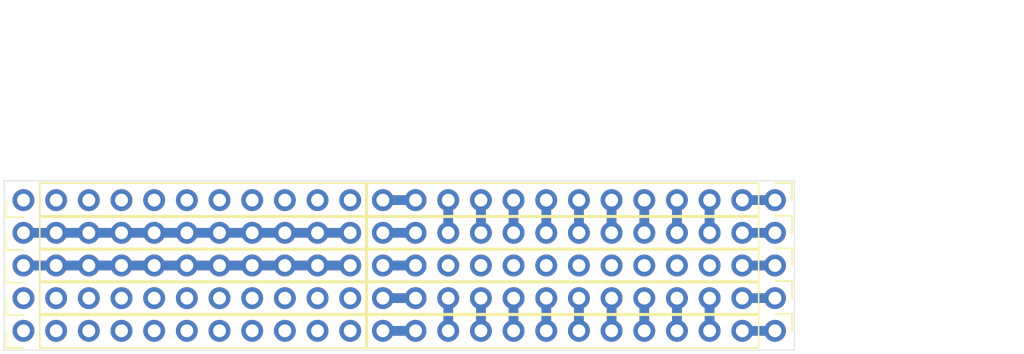
<source format=kicad_pcb>
(kicad_pcb (version 20171130) (host pcbnew 5.1.5-52549c5~86~ubuntu18.04.1)

  (general
    (thickness 1.6)
    (drawings 4)
    (tracks 96)
    (zones 0)
    (modules 10)
    (nets 73)
  )

  (page A4)
  (layers
    (0 F.Cu signal)
    (31 B.Cu signal)
    (32 B.Adhes user)
    (33 F.Adhes user)
    (34 B.Paste user)
    (35 F.Paste user)
    (36 B.SilkS user)
    (37 F.SilkS user)
    (38 B.Mask user)
    (39 F.Mask user)
    (40 Dwgs.User user)
    (41 Cmts.User user)
    (42 Eco1.User user)
    (43 Eco2.User user)
    (44 Edge.Cuts user)
    (45 Margin user)
    (46 B.CrtYd user)
    (47 F.CrtYd user)
    (48 B.Fab user)
    (49 F.Fab user)
  )

  (setup
    (last_trace_width 0.75)
    (trace_clearance 0.2)
    (zone_clearance 0.508)
    (zone_45_only no)
    (trace_min 0.2)
    (via_size 0.8)
    (via_drill 0.4)
    (via_min_size 0.4)
    (via_min_drill 0.3)
    (uvia_size 0.3)
    (uvia_drill 0.1)
    (uvias_allowed no)
    (uvia_min_size 0.2)
    (uvia_min_drill 0.1)
    (edge_width 0.05)
    (segment_width 0.2)
    (pcb_text_width 0.3)
    (pcb_text_size 1.5 1.5)
    (mod_edge_width 0.12)
    (mod_text_size 1 1)
    (mod_text_width 0.15)
    (pad_size 1.7 1.7)
    (pad_drill 1)
    (pad_to_mask_clearance 0.051)
    (solder_mask_min_width 0.25)
    (aux_axis_origin 0 0)
    (visible_elements FFFFFF7F)
    (pcbplotparams
      (layerselection 0x010f0_ffffffff)
      (usegerberextensions false)
      (usegerberattributes false)
      (usegerberadvancedattributes false)
      (creategerberjobfile false)
      (excludeedgelayer true)
      (linewidth 0.100000)
      (plotframeref false)
      (viasonmask false)
      (mode 1)
      (useauxorigin false)
      (hpglpennumber 1)
      (hpglpenspeed 20)
      (hpglpendiameter 15.000000)
      (psnegative false)
      (psa4output false)
      (plotreference true)
      (plotvalue true)
      (plotinvisibletext false)
      (padsonsilk false)
      (subtractmaskfromsilk false)
      (outputformat 1)
      (mirror false)
      (drillshape 0)
      (scaleselection 1)
      (outputdirectory "/home/movilidad2/Desktop/repos/RAK_LORA_ADAPTABLE_NODE_BREAKOUT_2AA/gerber/single/"))
  )

  (net 0 "")
  (net 1 "Net-(J1-Pad12)")
  (net 2 "Net-(J1-Pad11)")
  (net 3 "Net-(J1-Pad9)")
  (net 4 "Net-(J1-Pad7)")
  (net 5 "Net-(J1-Pad5)")
  (net 6 "Net-(J1-Pad3)")
  (net 7 "Net-(J1-Pad1)")
  (net 8 "Net-(J1-Pad10)")
  (net 9 "Net-(J1-Pad8)")
  (net 10 "Net-(J1-Pad6)")
  (net 11 "Net-(J1-Pad4)")
  (net 12 "Net-(J2-Pad12)")
  (net 13 "Net-(J2-Pad1)")
  (net 14 "Net-(J3-Pad12)")
  (net 15 "Net-(J3-Pad11)")
  (net 16 "Net-(J3-Pad9)")
  (net 17 "Net-(J3-Pad7)")
  (net 18 "Net-(J3-Pad5)")
  (net 19 "Net-(J3-Pad3)")
  (net 20 "Net-(J3-Pad1)")
  (net 21 "Net-(J3-Pad10)")
  (net 22 "Net-(J3-Pad8)")
  (net 23 "Net-(J3-Pad6)")
  (net 24 "Net-(J3-Pad4)")
  (net 25 "Net-(J4-Pad12)")
  (net 26 "Net-(J4-Pad11)")
  (net 27 "Net-(J4-Pad9)")
  (net 28 "Net-(J4-Pad7)")
  (net 29 "Net-(J4-Pad5)")
  (net 30 "Net-(J4-Pad3)")
  (net 31 "Net-(J4-Pad1)")
  (net 32 "Net-(J4-Pad10)")
  (net 33 "Net-(J4-Pad8)")
  (net 34 "Net-(J4-Pad6)")
  (net 35 "Net-(J4-Pad4)")
  (net 36 "Net-(J5-Pad12)")
  (net 37 "Net-(J5-Pad1)")
  (net 38 "Net-(J6-Pad11)")
  (net 39 "Net-(J6-Pad10)")
  (net 40 "Net-(J6-Pad9)")
  (net 41 "Net-(J6-Pad8)")
  (net 42 "Net-(J6-Pad7)")
  (net 43 "Net-(J6-Pad6)")
  (net 44 "Net-(J6-Pad5)")
  (net 45 "Net-(J6-Pad4)")
  (net 46 "Net-(J6-Pad3)")
  (net 47 "Net-(J6-Pad2)")
  (net 48 "Net-(J6-Pad1)")
  (net 49 "Net-(J7-Pad11)")
  (net 50 "Net-(J7-Pad10)")
  (net 51 "Net-(J7-Pad9)")
  (net 52 "Net-(J7-Pad8)")
  (net 53 "Net-(J7-Pad7)")
  (net 54 "Net-(J7-Pad6)")
  (net 55 "Net-(J7-Pad5)")
  (net 56 "Net-(J7-Pad4)")
  (net 57 "Net-(J7-Pad3)")
  (net 58 "Net-(J7-Pad2)")
  (net 59 "Net-(J7-Pad1)")
  (net 60 "Net-(J8-Pad1)")
  (net 61 "Net-(J9-Pad1)")
  (net 62 "Net-(J10-Pad11)")
  (net 63 "Net-(J10-Pad10)")
  (net 64 "Net-(J10-Pad9)")
  (net 65 "Net-(J10-Pad8)")
  (net 66 "Net-(J10-Pad7)")
  (net 67 "Net-(J10-Pad6)")
  (net 68 "Net-(J10-Pad5)")
  (net 69 "Net-(J10-Pad4)")
  (net 70 "Net-(J10-Pad3)")
  (net 71 "Net-(J10-Pad2)")
  (net 72 "Net-(J10-Pad1)")

  (net_class Default "This is the default net class."
    (clearance 0.2)
    (trace_width 0.75)
    (via_dia 0.8)
    (via_drill 0.4)
    (uvia_dia 0.3)
    (uvia_drill 0.1)
    (add_net "Net-(J1-Pad1)")
    (add_net "Net-(J1-Pad10)")
    (add_net "Net-(J1-Pad11)")
    (add_net "Net-(J1-Pad12)")
    (add_net "Net-(J1-Pad3)")
    (add_net "Net-(J1-Pad4)")
    (add_net "Net-(J1-Pad5)")
    (add_net "Net-(J1-Pad6)")
    (add_net "Net-(J1-Pad7)")
    (add_net "Net-(J1-Pad8)")
    (add_net "Net-(J1-Pad9)")
    (add_net "Net-(J10-Pad1)")
    (add_net "Net-(J10-Pad10)")
    (add_net "Net-(J10-Pad11)")
    (add_net "Net-(J10-Pad2)")
    (add_net "Net-(J10-Pad3)")
    (add_net "Net-(J10-Pad4)")
    (add_net "Net-(J10-Pad5)")
    (add_net "Net-(J10-Pad6)")
    (add_net "Net-(J10-Pad7)")
    (add_net "Net-(J10-Pad8)")
    (add_net "Net-(J10-Pad9)")
    (add_net "Net-(J2-Pad1)")
    (add_net "Net-(J2-Pad12)")
    (add_net "Net-(J3-Pad1)")
    (add_net "Net-(J3-Pad10)")
    (add_net "Net-(J3-Pad11)")
    (add_net "Net-(J3-Pad12)")
    (add_net "Net-(J3-Pad3)")
    (add_net "Net-(J3-Pad4)")
    (add_net "Net-(J3-Pad5)")
    (add_net "Net-(J3-Pad6)")
    (add_net "Net-(J3-Pad7)")
    (add_net "Net-(J3-Pad8)")
    (add_net "Net-(J3-Pad9)")
    (add_net "Net-(J4-Pad1)")
    (add_net "Net-(J4-Pad10)")
    (add_net "Net-(J4-Pad11)")
    (add_net "Net-(J4-Pad12)")
    (add_net "Net-(J4-Pad3)")
    (add_net "Net-(J4-Pad4)")
    (add_net "Net-(J4-Pad5)")
    (add_net "Net-(J4-Pad6)")
    (add_net "Net-(J4-Pad7)")
    (add_net "Net-(J4-Pad8)")
    (add_net "Net-(J4-Pad9)")
    (add_net "Net-(J5-Pad1)")
    (add_net "Net-(J5-Pad12)")
    (add_net "Net-(J6-Pad1)")
    (add_net "Net-(J6-Pad10)")
    (add_net "Net-(J6-Pad11)")
    (add_net "Net-(J6-Pad2)")
    (add_net "Net-(J6-Pad3)")
    (add_net "Net-(J6-Pad4)")
    (add_net "Net-(J6-Pad5)")
    (add_net "Net-(J6-Pad6)")
    (add_net "Net-(J6-Pad7)")
    (add_net "Net-(J6-Pad8)")
    (add_net "Net-(J6-Pad9)")
    (add_net "Net-(J7-Pad1)")
    (add_net "Net-(J7-Pad10)")
    (add_net "Net-(J7-Pad11)")
    (add_net "Net-(J7-Pad2)")
    (add_net "Net-(J7-Pad3)")
    (add_net "Net-(J7-Pad4)")
    (add_net "Net-(J7-Pad5)")
    (add_net "Net-(J7-Pad6)")
    (add_net "Net-(J7-Pad7)")
    (add_net "Net-(J7-Pad8)")
    (add_net "Net-(J7-Pad9)")
    (add_net "Net-(J8-Pad1)")
    (add_net "Net-(J9-Pad1)")
  )

  (module Connector_PinHeader_2.54mm:PinHeader_1x11_P2.54mm_Vertical (layer F.Cu) (tedit 5F2B862B) (tstamp 5F2B99DD)
    (at 101.5 101.5 90)
    (descr "Through hole straight pin header, 1x11, 2.54mm pitch, single row")
    (tags "Through hole pin header THT 1x11 2.54mm single row")
    (path /5F320918)
    (fp_text reference J10 (at 0 -2.33 90) (layer F.SilkS) hide
      (effects (font (size 1 1) (thickness 0.15)))
    )
    (fp_text value Conn_01x11_Male (at -5.18 66.775 90) (layer F.Fab)
      (effects (font (size 1 1) (thickness 0.15)))
    )
    (fp_text user %R (at 0 12.7) (layer F.Fab)
      (effects (font (size 1 1) (thickness 0.15)))
    )
    (fp_line (start 1.8 -1.8) (end -1.8 -1.8) (layer F.CrtYd) (width 0.05))
    (fp_line (start 1.8 27.2) (end 1.8 -1.8) (layer F.CrtYd) (width 0.05))
    (fp_line (start -1.8 27.2) (end 1.8 27.2) (layer F.CrtYd) (width 0.05))
    (fp_line (start -1.8 -1.8) (end -1.8 27.2) (layer F.CrtYd) (width 0.05))
    (fp_line (start -1.33 -1.33) (end 0 -1.33) (layer F.SilkS) (width 0.12))
    (fp_line (start -1.33 0) (end -1.33 -1.33) (layer F.SilkS) (width 0.12))
    (fp_line (start -1.33 1.27) (end 1.33 1.27) (layer F.SilkS) (width 0.12))
    (fp_line (start 1.33 1.27) (end 1.33 26.73) (layer F.SilkS) (width 0.12))
    (fp_line (start -1.33 1.27) (end -1.33 26.73) (layer F.SilkS) (width 0.12))
    (fp_line (start -1.33 26.73) (end 1.33 26.73) (layer F.SilkS) (width 0.12))
    (fp_line (start -1.27 -0.635) (end -0.635 -1.27) (layer F.Fab) (width 0.1))
    (fp_line (start -1.27 26.67) (end -1.27 -0.635) (layer F.Fab) (width 0.1))
    (fp_line (start 1.27 26.67) (end -1.27 26.67) (layer F.Fab) (width 0.1))
    (fp_line (start 1.27 -1.27) (end 1.27 26.67) (layer F.Fab) (width 0.1))
    (fp_line (start -0.635 -1.27) (end 1.27 -1.27) (layer F.Fab) (width 0.1))
    (pad 11 thru_hole oval (at 0 25.4 90) (size 1.7 1.7) (drill 1) (layers *.Cu *.Mask)
      (net 62 "Net-(J10-Pad11)"))
    (pad 10 thru_hole oval (at 0 22.86 90) (size 1.7 1.7) (drill 1) (layers *.Cu *.Mask)
      (net 63 "Net-(J10-Pad10)"))
    (pad 9 thru_hole oval (at 0 20.32 90) (size 1.7 1.7) (drill 1) (layers *.Cu *.Mask)
      (net 64 "Net-(J10-Pad9)"))
    (pad 8 thru_hole oval (at 0 17.78 90) (size 1.7 1.7) (drill 1) (layers *.Cu *.Mask)
      (net 65 "Net-(J10-Pad8)"))
    (pad 7 thru_hole oval (at 0 15.24 90) (size 1.7 1.7) (drill 1) (layers *.Cu *.Mask)
      (net 66 "Net-(J10-Pad7)"))
    (pad 6 thru_hole oval (at 0 12.7 90) (size 1.7 1.7) (drill 1) (layers *.Cu *.Mask)
      (net 67 "Net-(J10-Pad6)"))
    (pad 5 thru_hole oval (at 0 10.16 90) (size 1.7 1.7) (drill 1) (layers *.Cu *.Mask)
      (net 68 "Net-(J10-Pad5)"))
    (pad 4 thru_hole oval (at 0 7.62 90) (size 1.7 1.7) (drill 1) (layers *.Cu *.Mask)
      (net 69 "Net-(J10-Pad4)"))
    (pad 3 thru_hole oval (at 0 5.08 90) (size 1.7 1.7) (drill 1) (layers *.Cu *.Mask)
      (net 70 "Net-(J10-Pad3)"))
    (pad 2 thru_hole oval (at 0 2.54 90) (size 1.7 1.7) (drill 1) (layers *.Cu *.Mask)
      (net 71 "Net-(J10-Pad2)"))
    (pad 1 thru_hole circle (at 0 0 90) (size 1.7 1.7) (drill 1) (layers *.Cu *.Mask)
      (net 72 "Net-(J10-Pad1)"))
    (model ${KISYS3DMOD}/Connector_PinHeader_2.54mm.3dshapes/PinHeader_1x11_P2.54mm_Vertical.wrl
      (at (xyz 0 0 0))
      (scale (xyz 1 1 1))
      (rotate (xyz 0 0 0))
    )
  )

  (module Connector_PinHeader_2.54mm:PinHeader_1x11_P2.54mm_Vertical (layer F.Cu) (tedit 5F2B8622) (tstamp 5F2BB67E)
    (at 101.5 104.04 90)
    (descr "Through hole straight pin header, 1x11, 2.54mm pitch, single row")
    (tags "Through hole pin header THT 1x11 2.54mm single row")
    (path /5F31CEF0)
    (fp_text reference J9 (at 0 -2.33 90) (layer F.SilkS) hide
      (effects (font (size 1 1) (thickness 0.15)))
    )
    (fp_text value Conn_01x11_Male (at 11.33 69.315 90) (layer F.Fab)
      (effects (font (size 1 1) (thickness 0.15)))
    )
    (fp_text user %R (at 0 12.7) (layer F.Fab)
      (effects (font (size 1 1) (thickness 0.15)))
    )
    (fp_line (start 1.8 -1.8) (end -1.8 -1.8) (layer F.CrtYd) (width 0.05))
    (fp_line (start 1.8 27.2) (end 1.8 -1.8) (layer F.CrtYd) (width 0.05))
    (fp_line (start -1.8 27.2) (end 1.8 27.2) (layer F.CrtYd) (width 0.05))
    (fp_line (start -1.8 -1.8) (end -1.8 27.2) (layer F.CrtYd) (width 0.05))
    (fp_line (start -1.33 -1.33) (end 0 -1.33) (layer F.SilkS) (width 0.12))
    (fp_line (start -1.33 0) (end -1.33 -1.33) (layer F.SilkS) (width 0.12))
    (fp_line (start -1.33 1.27) (end 1.33 1.27) (layer F.SilkS) (width 0.12))
    (fp_line (start 1.33 1.27) (end 1.33 26.73) (layer F.SilkS) (width 0.12))
    (fp_line (start -1.33 1.27) (end -1.33 26.73) (layer F.SilkS) (width 0.12))
    (fp_line (start -1.33 26.73) (end 1.33 26.73) (layer F.SilkS) (width 0.12))
    (fp_line (start -1.27 -0.635) (end -0.635 -1.27) (layer F.Fab) (width 0.1))
    (fp_line (start -1.27 26.67) (end -1.27 -0.635) (layer F.Fab) (width 0.1))
    (fp_line (start 1.27 26.67) (end -1.27 26.67) (layer F.Fab) (width 0.1))
    (fp_line (start 1.27 -1.27) (end 1.27 26.67) (layer F.Fab) (width 0.1))
    (fp_line (start -0.635 -1.27) (end 1.27 -1.27) (layer F.Fab) (width 0.1))
    (pad 11 thru_hole oval (at 0 25.4 90) (size 1.7 1.7) (drill 1) (layers *.Cu *.Mask)
      (net 61 "Net-(J9-Pad1)"))
    (pad 10 thru_hole oval (at 0 22.86 90) (size 1.7 1.7) (drill 1) (layers *.Cu *.Mask)
      (net 61 "Net-(J9-Pad1)"))
    (pad 9 thru_hole oval (at 0 20.32 90) (size 1.7 1.7) (drill 1) (layers *.Cu *.Mask)
      (net 61 "Net-(J9-Pad1)"))
    (pad 8 thru_hole oval (at 0 17.78 90) (size 1.7 1.7) (drill 1) (layers *.Cu *.Mask)
      (net 61 "Net-(J9-Pad1)"))
    (pad 7 thru_hole oval (at 0 15.24 90) (size 1.7 1.7) (drill 1) (layers *.Cu *.Mask)
      (net 61 "Net-(J9-Pad1)"))
    (pad 6 thru_hole oval (at 0 12.7 90) (size 1.7 1.7) (drill 1) (layers *.Cu *.Mask)
      (net 61 "Net-(J9-Pad1)"))
    (pad 5 thru_hole oval (at 0 10.16 90) (size 1.7 1.7) (drill 1) (layers *.Cu *.Mask)
      (net 61 "Net-(J9-Pad1)"))
    (pad 4 thru_hole oval (at 0 7.62 90) (size 1.7 1.7) (drill 1) (layers *.Cu *.Mask)
      (net 61 "Net-(J9-Pad1)"))
    (pad 3 thru_hole oval (at 0 5.08 90) (size 1.7 1.7) (drill 1) (layers *.Cu *.Mask)
      (net 61 "Net-(J9-Pad1)"))
    (pad 2 thru_hole oval (at 0 2.54 90) (size 1.7 1.7) (drill 1) (layers *.Cu *.Mask)
      (net 61 "Net-(J9-Pad1)"))
    (pad 1 thru_hole circle (at 0 0 90) (size 1.7 1.7) (drill 1) (layers *.Cu *.Mask)
      (net 61 "Net-(J9-Pad1)"))
    (model ${KISYS3DMOD}/Connector_PinHeader_2.54mm.3dshapes/PinHeader_1x11_P2.54mm_Vertical.wrl
      (at (xyz 0 0 0))
      (scale (xyz 1 1 1))
      (rotate (xyz 0 0 0))
    )
  )

  (module Connector_PinHeader_2.54mm:PinHeader_1x11_P2.54mm_Vertical (layer F.Cu) (tedit 5F2B861A) (tstamp 5F2BB65F)
    (at 101.5 106.58 90)
    (descr "Through hole straight pin header, 1x11, 2.54mm pitch, single row")
    (tags "Through hole pin header THT 1x11 2.54mm single row")
    (path /5F319091)
    (fp_text reference J8 (at 0 -2.33 90) (layer F.SilkS) hide
      (effects (font (size 1 1) (thickness 0.15)))
    )
    (fp_text value Conn_01x11_Male (at -0.1 76.935 90) (layer F.Fab)
      (effects (font (size 1 1) (thickness 0.15)))
    )
    (fp_text user %R (at 0 12.7) (layer F.Fab)
      (effects (font (size 1 1) (thickness 0.15)))
    )
    (fp_line (start 1.8 -1.8) (end -1.8 -1.8) (layer F.CrtYd) (width 0.05))
    (fp_line (start 1.8 27.2) (end 1.8 -1.8) (layer F.CrtYd) (width 0.05))
    (fp_line (start -1.8 27.2) (end 1.8 27.2) (layer F.CrtYd) (width 0.05))
    (fp_line (start -1.8 -1.8) (end -1.8 27.2) (layer F.CrtYd) (width 0.05))
    (fp_line (start -1.33 -1.33) (end 0 -1.33) (layer F.SilkS) (width 0.12))
    (fp_line (start -1.33 0) (end -1.33 -1.33) (layer F.SilkS) (width 0.12))
    (fp_line (start -1.33 1.27) (end 1.33 1.27) (layer F.SilkS) (width 0.12))
    (fp_line (start 1.33 1.27) (end 1.33 26.73) (layer F.SilkS) (width 0.12))
    (fp_line (start -1.33 1.27) (end -1.33 26.73) (layer F.SilkS) (width 0.12))
    (fp_line (start -1.33 26.73) (end 1.33 26.73) (layer F.SilkS) (width 0.12))
    (fp_line (start -1.27 -0.635) (end -0.635 -1.27) (layer F.Fab) (width 0.1))
    (fp_line (start -1.27 26.67) (end -1.27 -0.635) (layer F.Fab) (width 0.1))
    (fp_line (start 1.27 26.67) (end -1.27 26.67) (layer F.Fab) (width 0.1))
    (fp_line (start 1.27 -1.27) (end 1.27 26.67) (layer F.Fab) (width 0.1))
    (fp_line (start -0.635 -1.27) (end 1.27 -1.27) (layer F.Fab) (width 0.1))
    (pad 11 thru_hole oval (at 0 25.4 90) (size 1.7 1.7) (drill 1) (layers *.Cu *.Mask)
      (net 60 "Net-(J8-Pad1)"))
    (pad 10 thru_hole oval (at 0 22.86 90) (size 1.7 1.7) (drill 1) (layers *.Cu *.Mask)
      (net 60 "Net-(J8-Pad1)"))
    (pad 9 thru_hole oval (at 0 20.32 90) (size 1.7 1.7) (drill 1) (layers *.Cu *.Mask)
      (net 60 "Net-(J8-Pad1)"))
    (pad 8 thru_hole oval (at 0 17.78 90) (size 1.7 1.7) (drill 1) (layers *.Cu *.Mask)
      (net 60 "Net-(J8-Pad1)"))
    (pad 7 thru_hole oval (at 0 15.24 90) (size 1.7 1.7) (drill 1) (layers *.Cu *.Mask)
      (net 60 "Net-(J8-Pad1)"))
    (pad 6 thru_hole oval (at 0 12.7 90) (size 1.7 1.7) (drill 1) (layers *.Cu *.Mask)
      (net 60 "Net-(J8-Pad1)"))
    (pad 5 thru_hole oval (at 0 10.16 90) (size 1.7 1.7) (drill 1) (layers *.Cu *.Mask)
      (net 60 "Net-(J8-Pad1)"))
    (pad 4 thru_hole oval (at 0 7.62 90) (size 1.7 1.7) (drill 1) (layers *.Cu *.Mask)
      (net 60 "Net-(J8-Pad1)"))
    (pad 3 thru_hole oval (at 0 5.08 90) (size 1.7 1.7) (drill 1) (layers *.Cu *.Mask)
      (net 60 "Net-(J8-Pad1)"))
    (pad 2 thru_hole oval (at 0 2.54 90) (size 1.7 1.7) (drill 1) (layers *.Cu *.Mask)
      (net 60 "Net-(J8-Pad1)"))
    (pad 1 thru_hole circle (at 0 0 90) (size 1.7 1.7) (drill 1) (layers *.Cu *.Mask)
      (net 60 "Net-(J8-Pad1)"))
    (model ${KISYS3DMOD}/Connector_PinHeader_2.54mm.3dshapes/PinHeader_1x11_P2.54mm_Vertical.wrl
      (at (xyz 0 0 0))
      (scale (xyz 1 1 1))
      (rotate (xyz 0 0 0))
    )
  )

  (module Connector_PinHeader_2.54mm:PinHeader_1x11_P2.54mm_Vertical (layer F.Cu) (tedit 5F2B8613) (tstamp 5F2BB640)
    (at 101.5 109.12 90)
    (descr "Through hole straight pin header, 1x11, 2.54mm pitch, single row")
    (tags "Through hole pin header THT 1x11 2.54mm single row")
    (path /5F316BC9)
    (fp_text reference J7 (at 0 -2.33 90) (layer F.SilkS) hide
      (effects (font (size 1 1) (thickness 0.15)))
    )
    (fp_text value Conn_01x11_Male (at 16.41 74.395 90) (layer F.Fab)
      (effects (font (size 1 1) (thickness 0.15)))
    )
    (fp_text user %R (at 0 12.7) (layer F.Fab)
      (effects (font (size 1 1) (thickness 0.15)))
    )
    (fp_line (start 1.8 -1.8) (end -1.8 -1.8) (layer F.CrtYd) (width 0.05))
    (fp_line (start 1.8 27.2) (end 1.8 -1.8) (layer F.CrtYd) (width 0.05))
    (fp_line (start -1.8 27.2) (end 1.8 27.2) (layer F.CrtYd) (width 0.05))
    (fp_line (start -1.8 -1.8) (end -1.8 27.2) (layer F.CrtYd) (width 0.05))
    (fp_line (start -1.33 -1.33) (end 0 -1.33) (layer F.SilkS) (width 0.12))
    (fp_line (start -1.33 0) (end -1.33 -1.33) (layer F.SilkS) (width 0.12))
    (fp_line (start -1.33 1.27) (end 1.33 1.27) (layer F.SilkS) (width 0.12))
    (fp_line (start 1.33 1.27) (end 1.33 26.73) (layer F.SilkS) (width 0.12))
    (fp_line (start -1.33 1.27) (end -1.33 26.73) (layer F.SilkS) (width 0.12))
    (fp_line (start -1.33 26.73) (end 1.33 26.73) (layer F.SilkS) (width 0.12))
    (fp_line (start -1.27 -0.635) (end -0.635 -1.27) (layer F.Fab) (width 0.1))
    (fp_line (start -1.27 26.67) (end -1.27 -0.635) (layer F.Fab) (width 0.1))
    (fp_line (start 1.27 26.67) (end -1.27 26.67) (layer F.Fab) (width 0.1))
    (fp_line (start 1.27 -1.27) (end 1.27 26.67) (layer F.Fab) (width 0.1))
    (fp_line (start -0.635 -1.27) (end 1.27 -1.27) (layer F.Fab) (width 0.1))
    (pad 11 thru_hole oval (at 0 25.4 90) (size 1.7 1.7) (drill 1) (layers *.Cu *.Mask)
      (net 49 "Net-(J7-Pad11)"))
    (pad 10 thru_hole oval (at 0 22.86 90) (size 1.7 1.7) (drill 1) (layers *.Cu *.Mask)
      (net 50 "Net-(J7-Pad10)"))
    (pad 9 thru_hole oval (at 0 20.32 90) (size 1.7 1.7) (drill 1) (layers *.Cu *.Mask)
      (net 51 "Net-(J7-Pad9)"))
    (pad 8 thru_hole oval (at 0 17.78 90) (size 1.7 1.7) (drill 1) (layers *.Cu *.Mask)
      (net 52 "Net-(J7-Pad8)"))
    (pad 7 thru_hole oval (at 0 15.24 90) (size 1.7 1.7) (drill 1) (layers *.Cu *.Mask)
      (net 53 "Net-(J7-Pad7)"))
    (pad 6 thru_hole oval (at 0 12.7 90) (size 1.7 1.7) (drill 1) (layers *.Cu *.Mask)
      (net 54 "Net-(J7-Pad6)"))
    (pad 5 thru_hole oval (at 0 10.16 90) (size 1.7 1.7) (drill 1) (layers *.Cu *.Mask)
      (net 55 "Net-(J7-Pad5)"))
    (pad 4 thru_hole oval (at 0 7.62 90) (size 1.7 1.7) (drill 1) (layers *.Cu *.Mask)
      (net 56 "Net-(J7-Pad4)"))
    (pad 3 thru_hole oval (at 0 5.08 90) (size 1.7 1.7) (drill 1) (layers *.Cu *.Mask)
      (net 57 "Net-(J7-Pad3)"))
    (pad 2 thru_hole oval (at 0 2.54 90) (size 1.7 1.7) (drill 1) (layers *.Cu *.Mask)
      (net 58 "Net-(J7-Pad2)"))
    (pad 1 thru_hole circle (at 0 0 90) (size 1.7 1.7) (drill 1) (layers *.Cu *.Mask)
      (net 59 "Net-(J7-Pad1)"))
    (model ${KISYS3DMOD}/Connector_PinHeader_2.54mm.3dshapes/PinHeader_1x11_P2.54mm_Vertical.wrl
      (at (xyz 0 0 0))
      (scale (xyz 1 1 1))
      (rotate (xyz 0 0 0))
    )
  )

  (module Connector_PinHeader_2.54mm:PinHeader_1x11_P2.54mm_Vertical (layer F.Cu) (tedit 5F2B860A) (tstamp 5F2BB621)
    (at 101.5 111.66 90)
    (descr "Through hole straight pin header, 1x11, 2.54mm pitch, single row")
    (tags "Through hole pin header THT 1x11 2.54mm single row")
    (path /5F306A5A)
    (fp_text reference J6 (at 0 -2.33 90) (layer F.SilkS) hide
      (effects (font (size 1 1) (thickness 0.15)))
    )
    (fp_text value Conn_01x11_Male (at 18.95 71.855 90) (layer F.Fab)
      (effects (font (size 1 1) (thickness 0.15)))
    )
    (fp_text user %R (at 0 12.7) (layer F.Fab)
      (effects (font (size 1 1) (thickness 0.15)))
    )
    (fp_line (start 1.8 -1.8) (end -1.8 -1.8) (layer F.CrtYd) (width 0.05))
    (fp_line (start 1.8 27.2) (end 1.8 -1.8) (layer F.CrtYd) (width 0.05))
    (fp_line (start -1.8 27.2) (end 1.8 27.2) (layer F.CrtYd) (width 0.05))
    (fp_line (start -1.8 -1.8) (end -1.8 27.2) (layer F.CrtYd) (width 0.05))
    (fp_line (start -1.33 -1.33) (end 0 -1.33) (layer F.SilkS) (width 0.12))
    (fp_line (start -1.33 0) (end -1.33 -1.33) (layer F.SilkS) (width 0.12))
    (fp_line (start -1.33 1.27) (end 1.33 1.27) (layer F.SilkS) (width 0.12))
    (fp_line (start 1.33 1.27) (end 1.33 26.73) (layer F.SilkS) (width 0.12))
    (fp_line (start -1.33 1.27) (end -1.33 26.73) (layer F.SilkS) (width 0.12))
    (fp_line (start -1.33 26.73) (end 1.33 26.73) (layer F.SilkS) (width 0.12))
    (fp_line (start -1.27 -0.635) (end -0.635 -1.27) (layer F.Fab) (width 0.1))
    (fp_line (start -1.27 26.67) (end -1.27 -0.635) (layer F.Fab) (width 0.1))
    (fp_line (start 1.27 26.67) (end -1.27 26.67) (layer F.Fab) (width 0.1))
    (fp_line (start 1.27 -1.27) (end 1.27 26.67) (layer F.Fab) (width 0.1))
    (fp_line (start -0.635 -1.27) (end 1.27 -1.27) (layer F.Fab) (width 0.1))
    (pad 11 thru_hole oval (at 0 25.4 90) (size 1.7 1.7) (drill 1) (layers *.Cu *.Mask)
      (net 38 "Net-(J6-Pad11)"))
    (pad 10 thru_hole oval (at 0 22.86 90) (size 1.7 1.7) (drill 1) (layers *.Cu *.Mask)
      (net 39 "Net-(J6-Pad10)"))
    (pad 9 thru_hole oval (at 0 20.32 90) (size 1.7 1.7) (drill 1) (layers *.Cu *.Mask)
      (net 40 "Net-(J6-Pad9)"))
    (pad 8 thru_hole oval (at 0 17.78 90) (size 1.7 1.7) (drill 1) (layers *.Cu *.Mask)
      (net 41 "Net-(J6-Pad8)"))
    (pad 7 thru_hole oval (at 0 15.24 90) (size 1.7 1.7) (drill 1) (layers *.Cu *.Mask)
      (net 42 "Net-(J6-Pad7)"))
    (pad 6 thru_hole oval (at 0 12.7 90) (size 1.7 1.7) (drill 1) (layers *.Cu *.Mask)
      (net 43 "Net-(J6-Pad6)"))
    (pad 5 thru_hole oval (at 0 10.16 90) (size 1.7 1.7) (drill 1) (layers *.Cu *.Mask)
      (net 44 "Net-(J6-Pad5)"))
    (pad 4 thru_hole oval (at 0 7.62 90) (size 1.7 1.7) (drill 1) (layers *.Cu *.Mask)
      (net 45 "Net-(J6-Pad4)"))
    (pad 3 thru_hole oval (at 0 5.08 90) (size 1.7 1.7) (drill 1) (layers *.Cu *.Mask)
      (net 46 "Net-(J6-Pad3)"))
    (pad 2 thru_hole oval (at 0 2.54 90) (size 1.7 1.7) (drill 1) (layers *.Cu *.Mask)
      (net 47 "Net-(J6-Pad2)"))
    (pad 1 thru_hole circle (at 0 0 90) (size 1.7 1.7) (drill 1) (layers *.Cu *.Mask)
      (net 48 "Net-(J6-Pad1)"))
    (model ${KISYS3DMOD}/Connector_PinHeader_2.54mm.3dshapes/PinHeader_1x11_P2.54mm_Vertical.wrl
      (at (xyz 0 0 0))
      (scale (xyz 1 1 1))
      (rotate (xyz 0 0 0))
    )
  )

  (module Connector_PinHeader_2.54mm:PinHeader_1x13_P2.54mm_Vertical (layer F.Cu) (tedit 5F2B8597) (tstamp 5F2BAA2B)
    (at 159.92 111.66 270)
    (descr "Through hole straight pin header, 1x13, 2.54mm pitch, single row")
    (tags "Through hole pin header THT 1x13 2.54mm single row")
    (path /5F2C2805)
    (fp_text reference J5 (at 0 -2.33 90) (layer F.SilkS) hide
      (effects (font (size 1 1) (thickness 0.15)))
    )
    (fp_text value Conn_01x13_Male (at -4.98 -13.435 90) (layer F.Fab)
      (effects (font (size 1 1) (thickness 0.15)))
    )
    (fp_text user %R (at 0 15.24) (layer F.Fab)
      (effects (font (size 1 1) (thickness 0.15)))
    )
    (fp_line (start 1.8 -1.8) (end -1.8 -1.8) (layer F.CrtYd) (width 0.05))
    (fp_line (start 1.8 32.25) (end 1.8 -1.8) (layer F.CrtYd) (width 0.05))
    (fp_line (start -1.8 32.25) (end 1.8 32.25) (layer F.CrtYd) (width 0.05))
    (fp_line (start -1.8 -1.8) (end -1.8 32.25) (layer F.CrtYd) (width 0.05))
    (fp_line (start -1.33 -1.33) (end 0 -1.33) (layer F.SilkS) (width 0.12))
    (fp_line (start -1.33 0) (end -1.33 -1.33) (layer F.SilkS) (width 0.12))
    (fp_line (start -1.33 1.27) (end 1.33 1.27) (layer F.SilkS) (width 0.12))
    (fp_line (start 1.33 1.27) (end 1.33 31.81) (layer F.SilkS) (width 0.12))
    (fp_line (start -1.33 1.27) (end -1.33 31.81) (layer F.SilkS) (width 0.12))
    (fp_line (start -1.33 31.81) (end 1.33 31.81) (layer F.SilkS) (width 0.12))
    (fp_line (start -1.27 -0.635) (end -0.635 -1.27) (layer F.Fab) (width 0.1))
    (fp_line (start -1.27 31.75) (end -1.27 -0.635) (layer F.Fab) (width 0.1))
    (fp_line (start 1.27 31.75) (end -1.27 31.75) (layer F.Fab) (width 0.1))
    (fp_line (start 1.27 -1.27) (end 1.27 31.75) (layer F.Fab) (width 0.1))
    (fp_line (start -0.635 -1.27) (end 1.27 -1.27) (layer F.Fab) (width 0.1))
    (pad 13 thru_hole oval (at 0 30.48 270) (size 1.7 1.7) (drill 1) (layers *.Cu *.Mask)
      (net 36 "Net-(J5-Pad12)"))
    (pad 12 thru_hole oval (at 0 27.94 270) (size 1.7 1.7) (drill 1) (layers *.Cu *.Mask)
      (net 36 "Net-(J5-Pad12)"))
    (pad 11 thru_hole oval (at 0 25.4 270) (size 1.7 1.7) (drill 1) (layers *.Cu *.Mask)
      (net 26 "Net-(J4-Pad11)"))
    (pad 10 thru_hole oval (at 0 22.86 270) (size 1.7 1.7) (drill 1) (layers *.Cu *.Mask)
      (net 32 "Net-(J4-Pad10)"))
    (pad 9 thru_hole oval (at 0 20.32 270) (size 1.7 1.7) (drill 1) (layers *.Cu *.Mask)
      (net 27 "Net-(J4-Pad9)"))
    (pad 8 thru_hole oval (at 0 17.78 270) (size 1.7 1.7) (drill 1) (layers *.Cu *.Mask)
      (net 33 "Net-(J4-Pad8)"))
    (pad 7 thru_hole oval (at 0 15.24 270) (size 1.7 1.7) (drill 1) (layers *.Cu *.Mask)
      (net 28 "Net-(J4-Pad7)"))
    (pad 6 thru_hole oval (at 0 12.7 270) (size 1.7 1.7) (drill 1) (layers *.Cu *.Mask)
      (net 34 "Net-(J4-Pad6)"))
    (pad 5 thru_hole oval (at 0 10.16 270) (size 1.7 1.7) (drill 1) (layers *.Cu *.Mask)
      (net 29 "Net-(J4-Pad5)"))
    (pad 4 thru_hole oval (at 0 7.62 270) (size 1.7 1.7) (drill 1) (layers *.Cu *.Mask)
      (net 35 "Net-(J4-Pad4)"))
    (pad 3 thru_hole oval (at 0 5.08 270) (size 1.7 1.7) (drill 1) (layers *.Cu *.Mask)
      (net 30 "Net-(J4-Pad3)"))
    (pad 2 thru_hole oval (at 0 2.54 270) (size 1.7 1.7) (drill 1) (layers *.Cu *.Mask)
      (net 37 "Net-(J5-Pad1)"))
    (pad 1 thru_hole circle (at 0 0 270) (size 1.7 1.7) (drill 1) (layers *.Cu *.Mask)
      (net 37 "Net-(J5-Pad1)"))
    (model ${KISYS3DMOD}/Connector_PinHeader_2.54mm.3dshapes/PinHeader_1x13_P2.54mm_Vertical.wrl
      (at (xyz 0 0 0))
      (scale (xyz 1 1 1))
      (rotate (xyz 0 0 0))
    )
  )

  (module Connector_PinHeader_2.54mm:PinHeader_1x13_P2.54mm_Vertical (layer F.Cu) (tedit 5F2B85A2) (tstamp 5F2BA96B)
    (at 159.92 109.12 270)
    (descr "Through hole straight pin header, 1x13, 2.54mm pitch, single row")
    (tags "Through hole pin header THT 1x13 2.54mm single row")
    (path /5F2B85E4)
    (fp_text reference J4 (at 0 -2.33 90) (layer F.SilkS) hide
      (effects (font (size 1 1) (thickness 0.15)))
    )
    (fp_text value Conn_01x13_Male (at -2.44 -15.975 90) (layer F.Fab)
      (effects (font (size 1 1) (thickness 0.15)))
    )
    (fp_text user %R (at 0 15.24) (layer F.Fab)
      (effects (font (size 1 1) (thickness 0.15)))
    )
    (fp_line (start 1.8 -1.8) (end -1.8 -1.8) (layer F.CrtYd) (width 0.05))
    (fp_line (start 1.8 32.25) (end 1.8 -1.8) (layer F.CrtYd) (width 0.05))
    (fp_line (start -1.8 32.25) (end 1.8 32.25) (layer F.CrtYd) (width 0.05))
    (fp_line (start -1.8 -1.8) (end -1.8 32.25) (layer F.CrtYd) (width 0.05))
    (fp_line (start -1.33 -1.33) (end 0 -1.33) (layer F.SilkS) (width 0.12))
    (fp_line (start -1.33 0) (end -1.33 -1.33) (layer F.SilkS) (width 0.12))
    (fp_line (start -1.33 1.27) (end 1.33 1.27) (layer F.SilkS) (width 0.12))
    (fp_line (start 1.33 1.27) (end 1.33 31.81) (layer F.SilkS) (width 0.12))
    (fp_line (start -1.33 1.27) (end -1.33 31.81) (layer F.SilkS) (width 0.12))
    (fp_line (start -1.33 31.81) (end 1.33 31.81) (layer F.SilkS) (width 0.12))
    (fp_line (start -1.27 -0.635) (end -0.635 -1.27) (layer F.Fab) (width 0.1))
    (fp_line (start -1.27 31.75) (end -1.27 -0.635) (layer F.Fab) (width 0.1))
    (fp_line (start 1.27 31.75) (end -1.27 31.75) (layer F.Fab) (width 0.1))
    (fp_line (start 1.27 -1.27) (end 1.27 31.75) (layer F.Fab) (width 0.1))
    (fp_line (start -0.635 -1.27) (end 1.27 -1.27) (layer F.Fab) (width 0.1))
    (pad 13 thru_hole oval (at 0 30.48 270) (size 1.7 1.7) (drill 1) (layers *.Cu *.Mask)
      (net 25 "Net-(J4-Pad12)"))
    (pad 12 thru_hole oval (at 0 27.94 270) (size 1.7 1.7) (drill 1) (layers *.Cu *.Mask)
      (net 25 "Net-(J4-Pad12)"))
    (pad 11 thru_hole oval (at 0 25.4 270) (size 1.7 1.7) (drill 1) (layers *.Cu *.Mask)
      (net 26 "Net-(J4-Pad11)"))
    (pad 10 thru_hole oval (at 0 22.86 270) (size 1.7 1.7) (drill 1) (layers *.Cu *.Mask)
      (net 32 "Net-(J4-Pad10)"))
    (pad 9 thru_hole oval (at 0 20.32 270) (size 1.7 1.7) (drill 1) (layers *.Cu *.Mask)
      (net 27 "Net-(J4-Pad9)"))
    (pad 8 thru_hole oval (at 0 17.78 270) (size 1.7 1.7) (drill 1) (layers *.Cu *.Mask)
      (net 33 "Net-(J4-Pad8)"))
    (pad 7 thru_hole oval (at 0 15.24 270) (size 1.7 1.7) (drill 1) (layers *.Cu *.Mask)
      (net 28 "Net-(J4-Pad7)"))
    (pad 6 thru_hole oval (at 0 12.7 270) (size 1.7 1.7) (drill 1) (layers *.Cu *.Mask)
      (net 34 "Net-(J4-Pad6)"))
    (pad 5 thru_hole oval (at 0 10.16 270) (size 1.7 1.7) (drill 1) (layers *.Cu *.Mask)
      (net 29 "Net-(J4-Pad5)"))
    (pad 4 thru_hole oval (at 0 7.62 270) (size 1.7 1.7) (drill 1) (layers *.Cu *.Mask)
      (net 35 "Net-(J4-Pad4)"))
    (pad 3 thru_hole oval (at 0 5.08 270) (size 1.7 1.7) (drill 1) (layers *.Cu *.Mask)
      (net 30 "Net-(J4-Pad3)"))
    (pad 2 thru_hole oval (at 0 2.54 270) (size 1.7 1.7) (drill 1) (layers *.Cu *.Mask)
      (net 31 "Net-(J4-Pad1)"))
    (pad 1 thru_hole circle (at 0 0 270) (size 1.7 1.7) (drill 1) (layers *.Cu *.Mask)
      (net 31 "Net-(J4-Pad1)"))
    (model ${KISYS3DMOD}/Connector_PinHeader_2.54mm.3dshapes/PinHeader_1x13_P2.54mm_Vertical.wrl
      (at (xyz 0 0 0))
      (scale (xyz 1 1 1))
      (rotate (xyz 0 0 0))
    )
  )

  (module Connector_PinHeader_2.54mm:PinHeader_1x13_P2.54mm_Vertical (layer F.Cu) (tedit 5F2B85AB) (tstamp 5F2BAA8B)
    (at 159.92 106.58 270)
    (descr "Through hole straight pin header, 1x13, 2.54mm pitch, single row")
    (tags "Through hole pin header THT 1x13 2.54mm single row")
    (path /5F2B7706)
    (fp_text reference J3 (at 0 -2.33 90) (layer F.SilkS) hide
      (effects (font (size 1 1) (thickness 0.15)))
    )
    (fp_text value Conn_01x13_Male (at -13.87 -18.515 90) (layer F.Fab)
      (effects (font (size 1 1) (thickness 0.15)))
    )
    (fp_text user %R (at 0 15.24) (layer F.Fab)
      (effects (font (size 1 1) (thickness 0.15)))
    )
    (fp_line (start 1.8 -1.8) (end -1.8 -1.8) (layer F.CrtYd) (width 0.05))
    (fp_line (start 1.8 32.25) (end 1.8 -1.8) (layer F.CrtYd) (width 0.05))
    (fp_line (start -1.8 32.25) (end 1.8 32.25) (layer F.CrtYd) (width 0.05))
    (fp_line (start -1.8 -1.8) (end -1.8 32.25) (layer F.CrtYd) (width 0.05))
    (fp_line (start -1.33 -1.33) (end 0 -1.33) (layer F.SilkS) (width 0.12))
    (fp_line (start -1.33 0) (end -1.33 -1.33) (layer F.SilkS) (width 0.12))
    (fp_line (start -1.33 1.27) (end 1.33 1.27) (layer F.SilkS) (width 0.12))
    (fp_line (start 1.33 1.27) (end 1.33 31.81) (layer F.SilkS) (width 0.12))
    (fp_line (start -1.33 1.27) (end -1.33 31.81) (layer F.SilkS) (width 0.12))
    (fp_line (start -1.33 31.81) (end 1.33 31.81) (layer F.SilkS) (width 0.12))
    (fp_line (start -1.27 -0.635) (end -0.635 -1.27) (layer F.Fab) (width 0.1))
    (fp_line (start -1.27 31.75) (end -1.27 -0.635) (layer F.Fab) (width 0.1))
    (fp_line (start 1.27 31.75) (end -1.27 31.75) (layer F.Fab) (width 0.1))
    (fp_line (start 1.27 -1.27) (end 1.27 31.75) (layer F.Fab) (width 0.1))
    (fp_line (start -0.635 -1.27) (end 1.27 -1.27) (layer F.Fab) (width 0.1))
    (pad 13 thru_hole oval (at 0 30.48 270) (size 1.7 1.7) (drill 1) (layers *.Cu *.Mask)
      (net 14 "Net-(J3-Pad12)"))
    (pad 12 thru_hole oval (at 0 27.94 270) (size 1.7 1.7) (drill 1) (layers *.Cu *.Mask)
      (net 14 "Net-(J3-Pad12)"))
    (pad 11 thru_hole oval (at 0 25.4 270) (size 1.7 1.7) (drill 1) (layers *.Cu *.Mask)
      (net 15 "Net-(J3-Pad11)"))
    (pad 10 thru_hole oval (at 0 22.86 270) (size 1.7 1.7) (drill 1) (layers *.Cu *.Mask)
      (net 21 "Net-(J3-Pad10)"))
    (pad 9 thru_hole oval (at 0 20.32 270) (size 1.7 1.7) (drill 1) (layers *.Cu *.Mask)
      (net 16 "Net-(J3-Pad9)"))
    (pad 8 thru_hole oval (at 0 17.78 270) (size 1.7 1.7) (drill 1) (layers *.Cu *.Mask)
      (net 22 "Net-(J3-Pad8)"))
    (pad 7 thru_hole oval (at 0 15.24 270) (size 1.7 1.7) (drill 1) (layers *.Cu *.Mask)
      (net 17 "Net-(J3-Pad7)"))
    (pad 6 thru_hole oval (at 0 12.7 270) (size 1.7 1.7) (drill 1) (layers *.Cu *.Mask)
      (net 23 "Net-(J3-Pad6)"))
    (pad 5 thru_hole oval (at 0 10.16 270) (size 1.7 1.7) (drill 1) (layers *.Cu *.Mask)
      (net 18 "Net-(J3-Pad5)"))
    (pad 4 thru_hole oval (at 0 7.62 270) (size 1.7 1.7) (drill 1) (layers *.Cu *.Mask)
      (net 24 "Net-(J3-Pad4)"))
    (pad 3 thru_hole oval (at 0 5.08 270) (size 1.7 1.7) (drill 1) (layers *.Cu *.Mask)
      (net 19 "Net-(J3-Pad3)"))
    (pad 2 thru_hole oval (at 0 2.54 270) (size 1.7 1.7) (drill 1) (layers *.Cu *.Mask)
      (net 20 "Net-(J3-Pad1)"))
    (pad 1 thru_hole circle (at 0 0 270) (size 1.7 1.7) (drill 1) (layers *.Cu *.Mask)
      (net 20 "Net-(J3-Pad1)"))
    (model ${KISYS3DMOD}/Connector_PinHeader_2.54mm.3dshapes/PinHeader_1x13_P2.54mm_Vertical.wrl
      (at (xyz 0 0 0))
      (scale (xyz 1 1 1))
      (rotate (xyz 0 0 0))
    )
  )

  (module Connector_PinHeader_2.54mm:PinHeader_1x13_P2.54mm_Vertical (layer F.Cu) (tedit 5F2B85B3) (tstamp 5F2BA9CB)
    (at 159.92 104.04 270)
    (descr "Through hole straight pin header, 1x13, 2.54mm pitch, single row")
    (tags "Through hole pin header THT 1x13 2.54mm single row")
    (path /5F2B4A93)
    (fp_text reference J2 (at 0 -2.33 90) (layer F.SilkS) hide
      (effects (font (size 1 1) (thickness 0.15)))
    )
    (fp_text value Conn_01x13_Male (at 2.64 -10.895 90) (layer F.Fab)
      (effects (font (size 1 1) (thickness 0.15)))
    )
    (fp_text user %R (at 0 15.24) (layer F.Fab)
      (effects (font (size 1 1) (thickness 0.15)))
    )
    (fp_line (start 1.8 -1.8) (end -1.8 -1.8) (layer F.CrtYd) (width 0.05))
    (fp_line (start 1.8 32.25) (end 1.8 -1.8) (layer F.CrtYd) (width 0.05))
    (fp_line (start -1.8 32.25) (end 1.8 32.25) (layer F.CrtYd) (width 0.05))
    (fp_line (start -1.8 -1.8) (end -1.8 32.25) (layer F.CrtYd) (width 0.05))
    (fp_line (start -1.33 -1.33) (end 0 -1.33) (layer F.SilkS) (width 0.12))
    (fp_line (start -1.33 0) (end -1.33 -1.33) (layer F.SilkS) (width 0.12))
    (fp_line (start -1.33 1.27) (end 1.33 1.27) (layer F.SilkS) (width 0.12))
    (fp_line (start 1.33 1.27) (end 1.33 31.81) (layer F.SilkS) (width 0.12))
    (fp_line (start -1.33 1.27) (end -1.33 31.81) (layer F.SilkS) (width 0.12))
    (fp_line (start -1.33 31.81) (end 1.33 31.81) (layer F.SilkS) (width 0.12))
    (fp_line (start -1.27 -0.635) (end -0.635 -1.27) (layer F.Fab) (width 0.1))
    (fp_line (start -1.27 31.75) (end -1.27 -0.635) (layer F.Fab) (width 0.1))
    (fp_line (start 1.27 31.75) (end -1.27 31.75) (layer F.Fab) (width 0.1))
    (fp_line (start 1.27 -1.27) (end 1.27 31.75) (layer F.Fab) (width 0.1))
    (fp_line (start -0.635 -1.27) (end 1.27 -1.27) (layer F.Fab) (width 0.1))
    (pad 13 thru_hole oval (at 0 30.48 270) (size 1.7 1.7) (drill 1) (layers *.Cu *.Mask)
      (net 12 "Net-(J2-Pad12)"))
    (pad 12 thru_hole oval (at 0 27.94 270) (size 1.7 1.7) (drill 1) (layers *.Cu *.Mask)
      (net 12 "Net-(J2-Pad12)"))
    (pad 11 thru_hole oval (at 0 25.4 270) (size 1.7 1.7) (drill 1) (layers *.Cu *.Mask)
      (net 2 "Net-(J1-Pad11)"))
    (pad 10 thru_hole oval (at 0 22.86 270) (size 1.7 1.7) (drill 1) (layers *.Cu *.Mask)
      (net 8 "Net-(J1-Pad10)"))
    (pad 9 thru_hole oval (at 0 20.32 270) (size 1.7 1.7) (drill 1) (layers *.Cu *.Mask)
      (net 3 "Net-(J1-Pad9)"))
    (pad 8 thru_hole oval (at 0 17.78 270) (size 1.7 1.7) (drill 1) (layers *.Cu *.Mask)
      (net 9 "Net-(J1-Pad8)"))
    (pad 7 thru_hole oval (at 0 15.24 270) (size 1.7 1.7) (drill 1) (layers *.Cu *.Mask)
      (net 4 "Net-(J1-Pad7)"))
    (pad 6 thru_hole oval (at 0 12.7 270) (size 1.7 1.7) (drill 1) (layers *.Cu *.Mask)
      (net 10 "Net-(J1-Pad6)"))
    (pad 5 thru_hole oval (at 0 10.16 270) (size 1.7 1.7) (drill 1) (layers *.Cu *.Mask)
      (net 5 "Net-(J1-Pad5)"))
    (pad 4 thru_hole oval (at 0 7.62 270) (size 1.7 1.7) (drill 1) (layers *.Cu *.Mask)
      (net 11 "Net-(J1-Pad4)"))
    (pad 3 thru_hole oval (at 0 5.08 270) (size 1.7 1.7) (drill 1) (layers *.Cu *.Mask)
      (net 6 "Net-(J1-Pad3)"))
    (pad 2 thru_hole oval (at 0 2.54 270) (size 1.7 1.7) (drill 1) (layers *.Cu *.Mask)
      (net 13 "Net-(J2-Pad1)"))
    (pad 1 thru_hole circle (at 0 0 270) (size 1.7 1.7) (drill 1) (layers *.Cu *.Mask)
      (net 13 "Net-(J2-Pad1)"))
    (model ${KISYS3DMOD}/Connector_PinHeader_2.54mm.3dshapes/PinHeader_1x13_P2.54mm_Vertical.wrl
      (at (xyz 0 0 0))
      (scale (xyz 1 1 1))
      (rotate (xyz 0 0 0))
    )
  )

  (module Connector_PinHeader_2.54mm:PinHeader_1x13_P2.54mm_Vertical (layer F.Cu) (tedit 5F2B85BB) (tstamp 5F2BAAEB)
    (at 159.92 101.5 270)
    (descr "Through hole straight pin header, 1x13, 2.54mm pitch, single row")
    (tags "Through hole pin header THT 1x13 2.54mm single row")
    (path /5F2B9CCA)
    (fp_text reference J1 (at 0 -2.33 90) (layer F.SilkS) hide
      (effects (font (size 1 1) (thickness 0.15)))
    )
    (fp_text value Conn_01x13_Male (at -8.79 -8.355 90) (layer F.Fab)
      (effects (font (size 1 1) (thickness 0.15)))
    )
    (fp_text user %R (at 0 15.24) (layer F.Fab)
      (effects (font (size 1 1) (thickness 0.15)))
    )
    (fp_line (start 1.8 -1.8) (end -1.8 -1.8) (layer F.CrtYd) (width 0.05))
    (fp_line (start 1.8 32.25) (end 1.8 -1.8) (layer F.CrtYd) (width 0.05))
    (fp_line (start -1.8 32.25) (end 1.8 32.25) (layer F.CrtYd) (width 0.05))
    (fp_line (start -1.8 -1.8) (end -1.8 32.25) (layer F.CrtYd) (width 0.05))
    (fp_line (start -1.33 -1.33) (end 0 -1.33) (layer F.SilkS) (width 0.12))
    (fp_line (start -1.33 0) (end -1.33 -1.33) (layer F.SilkS) (width 0.12))
    (fp_line (start -1.33 1.27) (end 1.33 1.27) (layer F.SilkS) (width 0.12))
    (fp_line (start 1.33 1.27) (end 1.33 31.81) (layer F.SilkS) (width 0.12))
    (fp_line (start -1.33 1.27) (end -1.33 31.81) (layer F.SilkS) (width 0.12))
    (fp_line (start -1.33 31.81) (end 1.33 31.81) (layer F.SilkS) (width 0.12))
    (fp_line (start -1.27 -0.635) (end -0.635 -1.27) (layer F.Fab) (width 0.1))
    (fp_line (start -1.27 31.75) (end -1.27 -0.635) (layer F.Fab) (width 0.1))
    (fp_line (start 1.27 31.75) (end -1.27 31.75) (layer F.Fab) (width 0.1))
    (fp_line (start 1.27 -1.27) (end 1.27 31.75) (layer F.Fab) (width 0.1))
    (fp_line (start -0.635 -1.27) (end 1.27 -1.27) (layer F.Fab) (width 0.1))
    (pad 13 thru_hole oval (at 0 30.48 270) (size 1.7 1.7) (drill 1) (layers *.Cu *.Mask)
      (net 1 "Net-(J1-Pad12)"))
    (pad 12 thru_hole oval (at 0 27.94 270) (size 1.7 1.7) (drill 1) (layers *.Cu *.Mask)
      (net 1 "Net-(J1-Pad12)"))
    (pad 11 thru_hole oval (at 0 25.4 270) (size 1.7 1.7) (drill 1) (layers *.Cu *.Mask)
      (net 2 "Net-(J1-Pad11)"))
    (pad 10 thru_hole oval (at 0 22.86 270) (size 1.7 1.7) (drill 1) (layers *.Cu *.Mask)
      (net 8 "Net-(J1-Pad10)"))
    (pad 9 thru_hole oval (at 0 20.32 270) (size 1.7 1.7) (drill 1) (layers *.Cu *.Mask)
      (net 3 "Net-(J1-Pad9)"))
    (pad 8 thru_hole oval (at 0 17.78 270) (size 1.7 1.7) (drill 1) (layers *.Cu *.Mask)
      (net 9 "Net-(J1-Pad8)"))
    (pad 7 thru_hole oval (at 0 15.24 270) (size 1.7 1.7) (drill 1) (layers *.Cu *.Mask)
      (net 4 "Net-(J1-Pad7)"))
    (pad 6 thru_hole oval (at 0 12.7 270) (size 1.7 1.7) (drill 1) (layers *.Cu *.Mask)
      (net 10 "Net-(J1-Pad6)"))
    (pad 5 thru_hole oval (at 0 10.16 270) (size 1.7 1.7) (drill 1) (layers *.Cu *.Mask)
      (net 5 "Net-(J1-Pad5)"))
    (pad 4 thru_hole oval (at 0 7.62 270) (size 1.7 1.7) (drill 1) (layers *.Cu *.Mask)
      (net 11 "Net-(J1-Pad4)"))
    (pad 3 thru_hole oval (at 0 5.08 270) (size 1.7 1.7) (drill 1) (layers *.Cu *.Mask)
      (net 6 "Net-(J1-Pad3)"))
    (pad 2 thru_hole oval (at 0 2.54 270) (size 1.7 1.7) (drill 1) (layers *.Cu *.Mask)
      (net 7 "Net-(J1-Pad1)"))
    (pad 1 thru_hole circle (at 0 0 270) (size 1.7 1.7) (drill 1) (layers *.Cu *.Mask)
      (net 7 "Net-(J1-Pad1)"))
    (model ${KISYS3DMOD}/Connector_PinHeader_2.54mm.3dshapes/PinHeader_1x13_P2.54mm_Vertical.wrl
      (at (xyz 0 0 0))
      (scale (xyz 1 1 1))
      (rotate (xyz 0 0 0))
    )
  )

  (gr_line (start 100 100) (end 100 113.16) (layer Edge.Cuts) (width 0.05))
  (gr_line (start 161.42 100) (end 161.42 113.16) (layer Edge.Cuts) (width 0.05))
  (gr_line (start 100 113.16) (end 161.42 113.16) (layer Edge.Cuts) (width 0.05))
  (gr_line (start 100 100) (end 161.42 100) (layer Edge.Cuts) (width 0.05))

  (segment (start 129.44 101.5) (end 131.98 101.5) (width 0.75) (layer B.Cu) (net 1))
  (segment (start 129.44 101.5) (end 131.98 101.5) (width 0.75) (layer F.Cu) (net 1))
  (segment (start 134.52 101.5) (end 134.52 104.04) (width 0.75) (layer B.Cu) (net 2))
  (segment (start 134.52 101.5) (end 134.52 104.04) (width 0.75) (layer F.Cu) (net 2))
  (segment (start 139.6 101.5) (end 139.6 104.04) (width 0.75) (layer B.Cu) (net 3))
  (segment (start 139.6 101.5) (end 139.6 104.04) (width 0.75) (layer F.Cu) (net 3))
  (segment (start 144.68 101.5) (end 144.68 104.04) (width 0.75) (layer B.Cu) (net 4))
  (segment (start 144.68 101.5) (end 144.68 104.04) (width 0.75) (layer F.Cu) (net 4))
  (segment (start 149.76 101.5) (end 149.76 104.04) (width 0.75) (layer B.Cu) (net 5))
  (segment (start 149.76 101.5) (end 149.76 104.04) (width 0.75) (layer F.Cu) (net 5))
  (segment (start 154.84 104.04) (end 154.84 101.5) (width 0.75) (layer B.Cu) (net 6))
  (segment (start 154.84 101.5) (end 154.84 104.04) (width 0.75) (layer F.Cu) (net 6))
  (segment (start 157.38 101.5) (end 159.92 101.5) (width 0.75) (layer B.Cu) (net 7))
  (segment (start 157.38 101.5) (end 159.92 101.5) (width 0.75) (layer F.Cu) (net 7))
  (segment (start 137.06 104.04) (end 137.06 101.5) (width 0.75) (layer B.Cu) (net 8))
  (segment (start 137.06 104.04) (end 137.06 101.5) (width 0.75) (layer F.Cu) (net 8))
  (segment (start 142.14 104.04) (end 142.14 101.5) (width 0.75) (layer B.Cu) (net 9))
  (segment (start 142.14 104.04) (end 142.14 101.5) (width 0.75) (layer F.Cu) (net 9))
  (segment (start 147.22 104.04) (end 147.22 101.5) (width 0.75) (layer B.Cu) (net 10))
  (segment (start 147.22 104.04) (end 147.22 101.5) (width 0.75) (layer F.Cu) (net 10))
  (segment (start 152.3 104.04) (end 152.3 101.5) (width 0.75) (layer B.Cu) (net 11))
  (segment (start 152.3 104.04) (end 152.3 101.5) (width 0.75) (layer F.Cu) (net 11))
  (segment (start 131.98 104.04) (end 129.44 104.04) (width 0.75) (layer B.Cu) (net 12))
  (segment (start 131.98 104.04) (end 129.44 104.04) (width 0.75) (layer F.Cu) (net 12))
  (segment (start 159.92 104.04) (end 157.38 104.04) (width 0.75) (layer B.Cu) (net 13))
  (segment (start 159.92 104.04) (end 157.38 104.04) (width 0.75) (layer F.Cu) (net 13))
  (segment (start 129.44 106.58) (end 131.98 106.58) (width 0.75) (layer B.Cu) (net 14))
  (segment (start 129.44 106.58) (end 131.98 106.58) (width 0.75) (layer F.Cu) (net 14))
  (segment (start 157.38 106.58) (end 159.92 106.58) (width 0.75) (layer B.Cu) (net 20))
  (segment (start 157.38 106.58) (end 159.92 106.58) (width 0.75) (layer F.Cu) (net 20))
  (segment (start 131.98 109.12) (end 129.44 109.12) (width 0.75) (layer B.Cu) (net 25))
  (segment (start 131.98 109.12) (end 129.44 109.12) (width 0.75) (layer F.Cu) (net 25))
  (segment (start 134.52 109.12) (end 134.52 111.66) (width 0.75) (layer B.Cu) (net 26))
  (segment (start 134.52 109.12) (end 134.52 111.66) (width 0.75) (layer F.Cu) (net 26))
  (segment (start 139.6 109.12) (end 139.6 111.66) (width 0.75) (layer B.Cu) (net 27))
  (segment (start 139.6 109.12) (end 139.6 111.66) (width 0.75) (layer F.Cu) (net 27))
  (segment (start 144.68 109.12) (end 144.68 111.66) (width 0.75) (layer B.Cu) (net 28))
  (segment (start 144.68 109.12) (end 144.68 111.66) (width 0.75) (layer F.Cu) (net 28))
  (segment (start 149.76 109.12) (end 149.76 111.66) (width 0.75) (layer B.Cu) (net 29))
  (segment (start 149.76 109.12) (end 149.76 111.66) (width 0.75) (layer F.Cu) (net 29))
  (segment (start 154.84 109.12) (end 154.84 111.66) (width 0.75) (layer B.Cu) (net 30))
  (segment (start 154.84 109.12) (end 154.84 111.66) (width 0.75) (layer F.Cu) (net 30))
  (segment (start 159.92 109.12) (end 157.38 109.12) (width 0.75) (layer B.Cu) (net 31))
  (segment (start 159.92 109.12) (end 157.38 109.12) (width 0.75) (layer F.Cu) (net 31))
  (segment (start 137.06 111.66) (end 137.06 109.12) (width 0.75) (layer B.Cu) (net 32))
  (segment (start 137.06 111.66) (end 137.06 109.12) (width 0.75) (layer F.Cu) (net 32))
  (segment (start 142.14 111.66) (end 142.14 109.12) (width 0.75) (layer B.Cu) (net 33))
  (segment (start 142.14 111.66) (end 142.14 109.12) (width 0.75) (layer F.Cu) (net 33))
  (segment (start 147.22 111.66) (end 147.22 109.12) (width 0.75) (layer B.Cu) (net 34))
  (segment (start 147.22 111.66) (end 147.22 109.12) (width 0.75) (layer F.Cu) (net 34))
  (segment (start 152.3 111.66) (end 152.3 109.12) (width 0.75) (layer B.Cu) (net 35))
  (segment (start 152.3 111.66) (end 152.3 109.12) (width 0.75) (layer F.Cu) (net 35))
  (segment (start 129.44 111.66) (end 131.98 111.66) (width 0.75) (layer B.Cu) (net 36))
  (segment (start 129.44 111.66) (end 131.98 111.66) (width 0.75) (layer F.Cu) (net 36))
  (segment (start 157.38 111.66) (end 159.92 111.66) (width 0.75) (layer B.Cu) (net 37))
  (segment (start 157.38 111.66) (end 159.92 111.66) (width 0.75) (layer F.Cu) (net 37))
  (segment (start 126.9 106.58) (end 124.36 106.58) (width 0.75) (layer B.Cu) (net 60))
  (segment (start 124.36 106.58) (end 121.82 106.58) (width 0.75) (layer B.Cu) (net 60))
  (segment (start 121.82 106.58) (end 119.28 106.58) (width 0.75) (layer B.Cu) (net 60))
  (segment (start 119.28 106.58) (end 116.74 106.58) (width 0.75) (layer B.Cu) (net 60))
  (segment (start 116.74 106.58) (end 114.2 106.58) (width 0.75) (layer B.Cu) (net 60))
  (segment (start 114.2 106.58) (end 111.66 106.58) (width 0.75) (layer B.Cu) (net 60))
  (segment (start 111.66 106.58) (end 109.12 106.58) (width 0.75) (layer B.Cu) (net 60))
  (segment (start 109.12 106.58) (end 106.58 106.58) (width 0.75) (layer B.Cu) (net 60))
  (segment (start 106.58 106.58) (end 104.04 106.58) (width 0.75) (layer B.Cu) (net 60))
  (segment (start 104.04 106.58) (end 101.5 106.58) (width 0.75) (layer B.Cu) (net 60))
  (segment (start 101.5 106.58) (end 104.04 106.58) (width 0.75) (layer F.Cu) (net 60))
  (segment (start 104.04 106.58) (end 106.58 106.58) (width 0.75) (layer F.Cu) (net 60))
  (segment (start 106.58 106.58) (end 109.12 106.58) (width 0.75) (layer F.Cu) (net 60))
  (segment (start 109.12 106.58) (end 111.66 106.58) (width 0.75) (layer F.Cu) (net 60))
  (segment (start 111.66 106.58) (end 114.2 106.58) (width 0.75) (layer F.Cu) (net 60))
  (segment (start 114.2 106.58) (end 116.74 106.58) (width 0.75) (layer F.Cu) (net 60))
  (segment (start 116.74 106.58) (end 119.28 106.58) (width 0.75) (layer F.Cu) (net 60))
  (segment (start 119.28 106.58) (end 121.82 106.58) (width 0.75) (layer F.Cu) (net 60))
  (segment (start 121.82 106.58) (end 124.36 106.58) (width 0.75) (layer F.Cu) (net 60))
  (segment (start 124.36 106.58) (end 126.9 106.58) (width 0.75) (layer F.Cu) (net 60))
  (segment (start 101.5 104.04) (end 104.04 104.04) (width 0.75) (layer B.Cu) (net 61))
  (segment (start 104.04 104.04) (end 106.58 104.04) (width 0.75) (layer B.Cu) (net 61))
  (segment (start 106.58 104.04) (end 109.12 104.04) (width 0.75) (layer B.Cu) (net 61))
  (segment (start 109.12 104.04) (end 111.66 104.04) (width 0.75) (layer B.Cu) (net 61))
  (segment (start 111.66 104.04) (end 114.2 104.04) (width 0.75) (layer B.Cu) (net 61))
  (segment (start 114.2 104.04) (end 116.74 104.04) (width 0.75) (layer B.Cu) (net 61))
  (segment (start 116.74 104.04) (end 119.28 104.04) (width 0.75) (layer B.Cu) (net 61))
  (segment (start 119.28 104.04) (end 121.82 104.04) (width 0.75) (layer B.Cu) (net 61))
  (segment (start 121.82 104.04) (end 124.36 104.04) (width 0.75) (layer B.Cu) (net 61))
  (segment (start 124.36 104.04) (end 126.9 104.04) (width 0.75) (layer B.Cu) (net 61))
  (segment (start 126.9 104.04) (end 124.36 104.04) (width 0.75) (layer F.Cu) (net 61))
  (segment (start 124.36 104.04) (end 121.82 104.04) (width 0.75) (layer F.Cu) (net 61))
  (segment (start 121.82 104.04) (end 119.28 104.04) (width 0.75) (layer F.Cu) (net 61))
  (segment (start 119.28 104.04) (end 116.74 104.04) (width 0.75) (layer F.Cu) (net 61))
  (segment (start 116.74 104.04) (end 114.2 104.04) (width 0.75) (layer F.Cu) (net 61))
  (segment (start 114.2 104.04) (end 111.66 104.04) (width 0.75) (layer F.Cu) (net 61))
  (segment (start 111.66 104.04) (end 109.12 104.04) (width 0.75) (layer F.Cu) (net 61))
  (segment (start 109.12 104.04) (end 106.58 104.04) (width 0.75) (layer F.Cu) (net 61))
  (segment (start 106.58 104.04) (end 104.04 104.04) (width 0.75) (layer F.Cu) (net 61))
  (segment (start 104.04 104.04) (end 101.5 104.04) (width 0.75) (layer F.Cu) (net 61))

)

</source>
